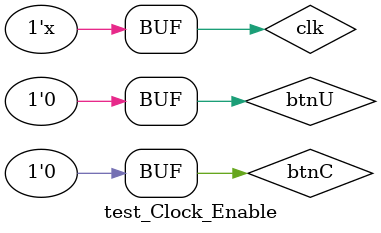
<source format=v>
`timescale 1ns / 1ps


module test_Clock_Enable(
    );
    
    // DECLARE INPUT SIGNALS
    reg clk;
    reg btnU;
    reg btnC;
    
    // DECLARE OUTPUT SIGNALS
    wire enable;
    
    Clock_Enable dut (clk, btnU, btnC, enable);
    
    initial begin
        clk = 0;
        btnU = 0;
        btnC = 0;
    end
    
    always begin
        #10 clk = ~clk;
    end
endmodule

</source>
